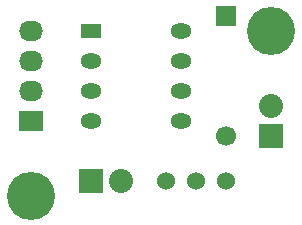
<source format=gbl>
G04 #@! TF.FileFunction,Copper,L2,Bot,Signal*
%FSLAX46Y46*%
G04 Gerber Fmt 4.6, Leading zero omitted, Abs format (unit mm)*
G04 Created by KiCad (PCBNEW 4.0.2+dfsg1-stable) date mer. 16 août 2017 22:45:08 CEST*
%MOMM*%
G01*
G04 APERTURE LIST*
%ADD10C,0.100000*%
%ADD11R,1.778000X1.300000*%
%ADD12O,1.778000X1.300000*%
%ADD13C,1.699260*%
%ADD14R,1.699260X1.699260*%
%ADD15R,2.032000X1.727200*%
%ADD16O,2.032000X1.727200*%
%ADD17R,2.032000X2.032000*%
%ADD18O,2.032000X2.032000*%
%ADD19C,1.524000*%
%ADD20C,4.064000*%
G04 APERTURE END LIST*
D10*
D11*
X139700000Y-100330000D03*
D12*
X139700000Y-102870000D03*
X139700000Y-105410000D03*
X139700000Y-107950000D03*
X147320000Y-107950000D03*
X147320000Y-105410000D03*
X147320000Y-102870000D03*
X147320000Y-100330000D03*
D13*
X151132540Y-109220520D03*
D14*
X151132540Y-99060520D03*
D15*
X134620000Y-107950000D03*
D16*
X134620000Y-105410000D03*
X134620000Y-102870000D03*
X134620000Y-100330000D03*
D17*
X139700000Y-113030000D03*
D18*
X142240000Y-113030000D03*
D17*
X154940000Y-109220000D03*
D18*
X154940000Y-106680000D03*
D19*
X148590000Y-113030000D03*
X146050000Y-113030000D03*
X151130000Y-113030000D03*
D20*
X134620000Y-114300000D03*
X154940000Y-100330000D03*
M02*

</source>
